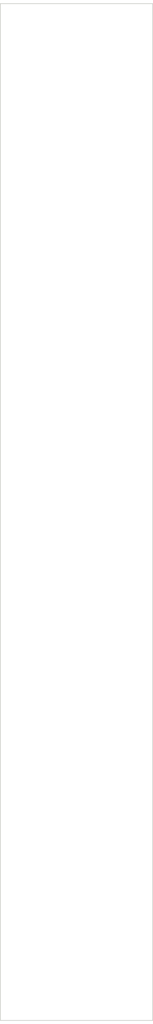
<source format=kicad_pcb>
(kicad_pcb (version 20211014) (generator pcbnew)
  (layers (0 "F.Cu" signal) (31 "B.Cu" signal) (34 "B.Paste" user) (35 "F.Paste" user) (36 "B.SilkS" user "B.Silkscreen") (37 "F.SilkS" user "F.Silkscreen") (38 "B.Mask" user) (39 "F.Mask" user) (44 "Edge.Cuts" user))
  (net 0 "")
  (footprint "MountingHole:MountingHole_3.2mm_M3" (layer "F.Cu") (at 7.5 130.35)
    (fp_text reference "REF**" hide)
    (fp_text value "MountingHole_3.2mm_M3" hide)
    (pad "" np_thru_hole oval locked (at 0 0) (size 3.55 3.2) (drill oval 3.55 3.2) (layers F&B.Cu *.Mask))
  )
  (footprint "MountingHole:MountingHole_3.2mm_M3" (layer "F.Cu") (at 7.5 3)
    (fp_text reference "REF**" hide)
    (fp_text value "MountingHole_3.2mm_M3" hide)
    (pad "" np_thru_hole oval locked (at 0 0) (size 3.55 3.2) (drill oval 3.55 3.2) (layers F&B.Cu *.Mask))
  )
  (gr_line (start 20 0) (end 20 133.35) (layer "Edge.Cuts") (width 0.1))
  (gr_line (start 0 133.35) (end 0 0) (layer "Edge.Cuts") (width 0.1))
  (gr_line (start 0 0) (end 20 0) (layer "Edge.Cuts") (width 0.1))
  (gr_line (start 20 133.35) (end 0 133.35) (layer "Edge.Cuts") (width 0.1))
)
</source>
